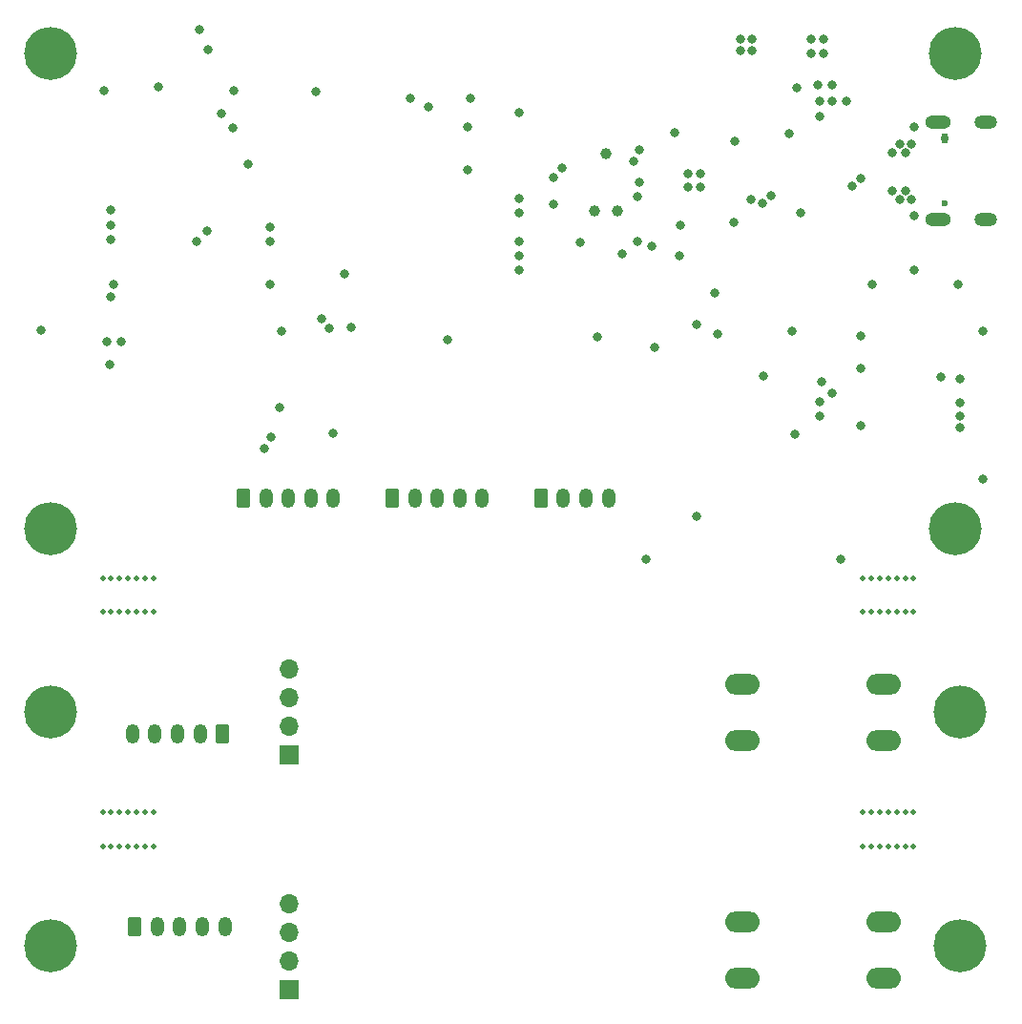
<source format=gbr>
%TF.GenerationSoftware,KiCad,Pcbnew,(6.0.8-1)-1*%
%TF.CreationDate,2022-11-25T17:34:24-05:00*%
%TF.ProjectId,smart-chessboard-controller,736d6172-742d-4636-9865-7373626f6172,B*%
%TF.SameCoordinates,Original*%
%TF.FileFunction,Soldermask,Bot*%
%TF.FilePolarity,Negative*%
%FSLAX46Y46*%
G04 Gerber Fmt 4.6, Leading zero omitted, Abs format (unit mm)*
G04 Created by KiCad (PCBNEW (6.0.8-1)-1) date 2022-11-25 17:34:24*
%MOMM*%
%LPD*%
G01*
G04 APERTURE LIST*
G04 Aperture macros list*
%AMRoundRect*
0 Rectangle with rounded corners*
0 $1 Rounding radius*
0 $2 $3 $4 $5 $6 $7 $8 $9 X,Y pos of 4 corners*
0 Add a 4 corners polygon primitive as box body*
4,1,4,$2,$3,$4,$5,$6,$7,$8,$9,$2,$3,0*
0 Add four circle primitives for the rounded corners*
1,1,$1+$1,$2,$3*
1,1,$1+$1,$4,$5*
1,1,$1+$1,$6,$7*
1,1,$1+$1,$8,$9*
0 Add four rect primitives between the rounded corners*
20,1,$1+$1,$2,$3,$4,$5,0*
20,1,$1+$1,$4,$5,$6,$7,0*
20,1,$1+$1,$6,$7,$8,$9,0*
20,1,$1+$1,$8,$9,$2,$3,0*%
G04 Aperture macros list end*
%ADD10C,4.700000*%
%ADD11C,3.100000*%
%ADD12R,1.700000X1.700000*%
%ADD13O,1.700000X1.700000*%
%ADD14O,3.048000X1.850000*%
%ADD15RoundRect,0.250000X-0.350000X-0.625000X0.350000X-0.625000X0.350000X0.625000X-0.350000X0.625000X0*%
%ADD16O,1.200000X1.750000*%
%ADD17C,0.991000*%
%ADD18C,0.500000*%
%ADD19C,0.600000*%
%ADD20O,0.600000X0.950000*%
%ADD21O,2.000000X1.200000*%
%ADD22O,2.300000X1.200000*%
%ADD23RoundRect,0.250000X0.350000X0.625000X-0.350000X0.625000X-0.350000X-0.625000X0.350000X-0.625000X0*%
%ADD24C,0.800000*%
G04 APERTURE END LIST*
D10*
%TO.C,H8*%
X78232000Y-99822000D03*
D11*
X78232000Y-99822000D03*
%TD*%
D12*
%TO.C,OLED1*%
X99412000Y-140746000D03*
D13*
X99412000Y-138206000D03*
X99412000Y-135666000D03*
X99412000Y-133126000D03*
%TD*%
D14*
%TO.C,SW3*%
X152112000Y-134660000D03*
X139612000Y-134660000D03*
X152112000Y-139660000D03*
X139612000Y-139660000D03*
%TD*%
D10*
%TO.C,H7*%
X158496000Y-99822000D03*
D11*
X158496000Y-99822000D03*
%TD*%
D15*
%TO.C,J8*%
X108520000Y-97080000D03*
D16*
X110520000Y-97080000D03*
X112520000Y-97080000D03*
X114520000Y-97080000D03*
X116520000Y-97080000D03*
%TD*%
D17*
%TO.C,J3*%
X128523000Y-71628000D03*
X127508000Y-66548000D03*
X126493000Y-71628000D03*
%TD*%
D11*
%TO.C,H1*%
X78232000Y-116103400D03*
D10*
X78232000Y-116103400D03*
%TD*%
D15*
%TO.C,J9*%
X95312000Y-97080000D03*
D16*
X97312000Y-97080000D03*
X99312000Y-97080000D03*
X101312000Y-97080000D03*
X103312000Y-97080000D03*
%TD*%
D15*
%TO.C,J5*%
X121712000Y-97080000D03*
D16*
X123712000Y-97080000D03*
X125712000Y-97080000D03*
X127712000Y-97080000D03*
%TD*%
D12*
%TO.C,OLED2*%
X99412000Y-119918400D03*
D13*
X99412000Y-117378400D03*
X99412000Y-114838400D03*
X99412000Y-112298400D03*
%TD*%
D10*
%TO.C,H4*%
X158877000Y-136779000D03*
D11*
X158877000Y-136779000D03*
%TD*%
D18*
%TO.C,mouse-bite-3mm-slot*%
X82828000Y-107214800D03*
X85090000Y-104214800D03*
X83582000Y-104214800D03*
X82828000Y-104214800D03*
X87352000Y-104214800D03*
X84336000Y-107214800D03*
X83582000Y-107214800D03*
X85844000Y-104214800D03*
X87352000Y-107214800D03*
X84336000Y-104214800D03*
X85090000Y-107214800D03*
X86598000Y-104214800D03*
X85844000Y-107214800D03*
X86598000Y-107214800D03*
%TD*%
%TO.C,mouse-bite-3mm-slot*%
X151773000Y-127992000D03*
X152527000Y-124992000D03*
X150265000Y-124992000D03*
X154789000Y-124992000D03*
X153281000Y-127992000D03*
X152527000Y-127992000D03*
X150265000Y-127992000D03*
X154035000Y-127992000D03*
X153281000Y-124992000D03*
X151019000Y-124992000D03*
X154035000Y-124992000D03*
X154789000Y-127992000D03*
X151019000Y-127992000D03*
X151773000Y-124992000D03*
%TD*%
D10*
%TO.C,H3*%
X78232000Y-136779000D03*
D11*
X78232000Y-136779000D03*
%TD*%
D18*
%TO.C,mouse-bite-3mm-slot*%
X151019000Y-107214800D03*
X154035000Y-107214800D03*
X154035000Y-104214800D03*
X151773000Y-107214800D03*
X154789000Y-104214800D03*
X150265000Y-107214800D03*
X154789000Y-107214800D03*
X153281000Y-104214800D03*
X151019000Y-104214800D03*
X153281000Y-107214800D03*
X151773000Y-104214800D03*
X150265000Y-104214800D03*
X152527000Y-107214800D03*
X152527000Y-104214800D03*
%TD*%
D11*
%TO.C,H6*%
X158496000Y-57658000D03*
D10*
X158496000Y-57658000D03*
%TD*%
D14*
%TO.C,SW1*%
X139612000Y-113603400D03*
X152112000Y-113603400D03*
X139612000Y-118603400D03*
X152112000Y-118603400D03*
%TD*%
D11*
%TO.C,H5*%
X78232000Y-57658000D03*
D10*
X78232000Y-57658000D03*
%TD*%
D11*
%TO.C,H2*%
X158877000Y-116103400D03*
D10*
X158877000Y-116103400D03*
%TD*%
D18*
%TO.C,mouse-bite-3mm-slot*%
X82828000Y-127992000D03*
X84336000Y-124992000D03*
X86598000Y-124992000D03*
X83582000Y-127992000D03*
X87352000Y-124992000D03*
X86598000Y-127992000D03*
X85844000Y-127992000D03*
X85090000Y-127992000D03*
X84336000Y-127992000D03*
X87352000Y-127992000D03*
X85844000Y-124992000D03*
X82828000Y-124992000D03*
X85090000Y-124992000D03*
X83582000Y-124992000D03*
%TD*%
D19*
%TO.C,J1*%
X157518000Y-70960000D03*
D20*
X157518000Y-65180000D03*
D21*
X161218000Y-72395000D03*
X161218000Y-63745000D03*
D22*
X156943000Y-72395000D03*
X156943000Y-63745000D03*
%TD*%
D15*
%TO.C,J7*%
X85662000Y-135128000D03*
D16*
X87662000Y-135128000D03*
X89662000Y-135128000D03*
X91662000Y-135128000D03*
X93662000Y-135128000D03*
%TD*%
D23*
%TO.C,J6*%
X93472000Y-118008400D03*
D16*
X91472000Y-118008400D03*
X89472000Y-118008400D03*
X87472000Y-118008400D03*
X85472000Y-118008400D03*
%TD*%
D24*
X143764000Y-64770000D03*
X87757000Y-60579000D03*
X94442372Y-60941128D03*
X115443000Y-61595000D03*
X101727000Y-61022500D03*
X98679000Y-82296000D03*
X131064000Y-102489000D03*
X148336000Y-102489000D03*
X144780000Y-71755000D03*
X140463000Y-56349000D03*
X98552000Y-89027000D03*
X140463000Y-57365000D03*
X144272000Y-91440000D03*
X113411000Y-83058000D03*
X144018000Y-82296000D03*
X95758000Y-67437000D03*
X154813000Y-76835000D03*
X157226000Y-86360000D03*
X93345000Y-62992000D03*
X82931000Y-60960000D03*
X139447000Y-57365000D03*
X92075000Y-73406000D03*
X83439000Y-85217000D03*
X139447000Y-56349000D03*
X158750000Y-78105000D03*
X104902000Y-81915000D03*
X147574000Y-87757000D03*
X144399000Y-60706000D03*
X134747000Y-69469000D03*
X91186000Y-74295000D03*
X154813000Y-64135000D03*
X134747000Y-68326000D03*
X133604000Y-64643000D03*
X135890000Y-68326000D03*
X154813000Y-72009000D03*
X140335000Y-70612000D03*
X158877000Y-89789000D03*
X77343000Y-82169000D03*
X151130000Y-78105000D03*
X135890000Y-69469000D03*
X130429000Y-69088000D03*
X94361000Y-64262000D03*
X128905000Y-75438000D03*
X123571000Y-67818000D03*
X126746000Y-82804000D03*
X135509000Y-98679000D03*
X84455000Y-83185000D03*
X146431000Y-63246000D03*
X83185000Y-83185000D03*
X146304000Y-60452000D03*
X146431000Y-61849000D03*
X147574000Y-61849000D03*
X138938000Y-65405000D03*
X148844000Y-61849000D03*
X83566000Y-74168000D03*
X147574000Y-60452000D03*
X158877000Y-90805000D03*
X146431000Y-89789000D03*
X119761000Y-70485000D03*
X135509000Y-81661000D03*
X137414000Y-82550000D03*
X146431000Y-88570500D03*
X119761000Y-71755000D03*
X158877000Y-88646000D03*
X158877000Y-86487000D03*
X138811000Y-72644000D03*
X146608122Y-86791122D03*
X119761000Y-62865000D03*
X141478000Y-86233000D03*
X125222000Y-74422000D03*
X154559000Y-65659000D03*
X130429000Y-66167000D03*
X146812000Y-56388000D03*
X145669000Y-57658000D03*
X154051000Y-66421000D03*
X154051000Y-69850000D03*
X129921000Y-67183000D03*
X154559000Y-70612000D03*
X145669000Y-56388000D03*
X153543000Y-70612000D03*
X153543000Y-65659000D03*
X152908000Y-66421000D03*
X152908000Y-69850000D03*
X146812000Y-57658000D03*
X150104232Y-68716768D03*
X141360768Y-70983232D03*
X149361768Y-69459232D03*
X142103232Y-70240768D03*
X150114000Y-85598000D03*
X131826000Y-83693000D03*
X111760000Y-62357000D03*
X122871500Y-68643500D03*
X122803212Y-71007470D03*
X91440000Y-55499000D03*
X110109000Y-61595000D03*
X92139500Y-57277000D03*
X137160000Y-78867000D03*
X133985000Y-75565000D03*
X130251878Y-74359500D03*
X130302000Y-70358000D03*
X97790000Y-91694000D03*
X83820000Y-78105000D03*
X83566000Y-79202000D03*
X97155000Y-92710000D03*
X119761000Y-75565000D03*
X119761000Y-74295000D03*
X104267000Y-77216000D03*
X97663000Y-78105000D03*
X134112000Y-72898000D03*
X131572000Y-74759500D03*
X83566000Y-71501000D03*
X97663000Y-73025000D03*
X103251000Y-91313000D03*
X119761000Y-76835000D03*
X97663000Y-74295000D03*
X83566000Y-72898000D03*
X102941500Y-82028622D03*
X115189000Y-67945000D03*
X102235000Y-81153000D03*
X115189000Y-64135000D03*
X160909000Y-95377000D03*
X150114000Y-90678000D03*
X150114000Y-82677000D03*
X160909000Y-82296000D03*
M02*

</source>
